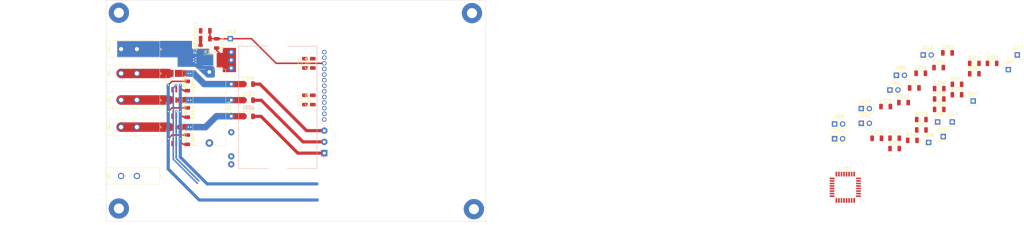
<source format=kicad_pcb>
(kicad_pcb (version 20211014) (generator pcbnew)
  (layers (0 "F.Cu" signal) (31 "B.Cu" signal) (34 "B.Paste" user) (35 "F.Paste" user) (36 "B.SilkS" user "B.Silkscreen") (37 "F.SilkS" user "F.Silkscreen") (38 "B.Mask" user) (39 "F.Mask" user) (44 "Edge.Cuts" user))
  (net 0 "")
  (net 1 "/power/hin_u")
  (net 2 "GND")
  (net 3 "/power/HV")
  (net 4 "/power/hin_v")
  (net 5 "/power/3V3_ISENS")
  (net 6 "Net-(C205-Pad1)")
  (net 7 "Net-(C205-Pad2)")
  (net 8 "Net-(C207-Pad1)")
  (net 9 "Net-(C207-Pad2)")
  (net 10 "Net-(C209-Pad1)")
  (net 11 "Net-(C209-Pad2)")
  (net 12 "/power/hin_w")
  (net 13 "/power/lin_u")
  (net 14 "/power/lin_v")
  (net 15 "/power/~{sd}_od")
  (net 16 "/power/VCC_15V")
  (net 17 "/power/lin_w")
  (net 18 "/power/Cin")
  (net 19 "/CPU/H_U")
  (net 20 "Net-(J201-Pad2)")
  (net 21 "/CPU/H_V")
  (net 22 "Net-(J202-Pad2)")
  (net 23 "/CPU/ISENSE_A")
  (net 24 "/CPU/H_W")
  (net 25 "Net-(J205-Pad2)")
  (net 26 "/CPU/L_U")
  (net 27 "Net-(J209-Pad2)")
  (net 28 "/CPU/ISENSE_B")
  (net 29 "/CPU/L_V")
  (net 30 "Net-(J212-Pad2)")
  (net 31 "/power/Tso")
  (net 32 "/power/EM_STOP")
  (net 33 "/CPU/L_W")
  (net 34 "Net-(J215-Pad2)")
  (net 35 "/CPU/ISENSE_C")
  (net 36 "/power/3V3_DIG")
  (net 37 "/power/N")
  (net 68 "/power/OUTPUT_PHA")
  (net 70 "/power/OUTPUT_PHB")
  (net 72 "/power/OUTPUT_PHC")
  (net 74 "/CPU/TSENSE_2")
  (net 75 "/CPU/TSENSE_1")
  (net 76 "GNDPWR")
  (footprint "Connector_PinHeader_2.54mm:PinHeader_1x01_P2.54mm_Vertical" (layer "F.Cu") (at 348.07 80.42)
    (fp_text reference "J211" (at 0 -2.33) (layer "F.SilkS"))
    (fp_text value "TP_IB")
    (pad "1" thru_hole rect (at 0 0) (size 1.7 1.7) (drill 1) (layers *.Cu *.Mask) (net 28 "/CPU/ISENSE_B"))
  )
  (footprint "Resistor_SMD:R_1206_3216Metric" (layer "F.Cu") (at 341.13 75.02)
    (fp_text reference "R213" (at 0 -1.82) (layer "F.SilkS"))
    (fp_text value "10k")
    (pad "1" smd roundrect (at -1.4625 0) (size 1.125 1.75) (layers "F.Cu" "F.Paste" "F.Mask") (roundrect_rratio 0.222222) (net 34 "Net-(J215-Pad2)"))
    (pad "2" smd roundrect (at 1.4625 0) (size 1.125 1.75) (layers "F.Cu" "F.Paste" "F.Mask") (roundrect_rratio 0.222222) (net 2 "GND"))
  )
  (footprint "Connector_PinHeader_2.54mm:PinHeader_1x01_P2.54mm_Vertical" (layer "F.Cu") (at 122.7 49.4)
    (fp_text reference "J218" (at 0 -2.33) (layer "F.SilkS"))
    (fp_text value "TP_CSENSE")
    (pad "1" thru_hole rect (at 0 0) (size 1.7 1.7) (drill 1) (layers *.Cu *.Mask) (net 18 "/power/Cin"))
  )
  (footprint "Resistor_SMD:R_1206_3216Metric" (layer "F.Cu") (at 352.39 63.86)
    (fp_text reference "R207" (at 0 -1.82) (layer "F.SilkS"))
    (fp_text value "1k")
    (pad "1" smd roundrect (at -1.4625 0) (size 1.125 1.75) (layers "F.Cu" "F.Paste" "F.Mask") (roundrect_rratio 0.222222) (net 27 "Net-(J209-Pad2)"))
    (pad "2" smd roundrect (at 1.4625 0) (size 1.125 1.75) (layers "F.Cu" "F.Paste" "F.Mask") (roundrect_rratio 0.222222) (net 13 "/power/lin_u"))
  )
  (footprint "MountingHole:MountingHole_3.2mm_M3_Pad_TopBottom" (layer "F.Cu") (at 199.1 41.3)
    (fp_text reference "J9" hide)
    (fp_text value "MH")
    (pad "1" connect circle (at 0 0) (size 6.4 6.4) (layers "F.Cu" "F.Mask"))
    (pad "1" connect circle (at 0 0) (size 6.4 6.4) (layers "B.Cu" "B.Mask"))
    (pad "1" thru_hole circle (at 0 0) (size 3.6 3.6) (drill 3.2) (layers *.Cu *.Mask))
  )
  (footprint "stm32f334_3phase_vfd:1904969" (layer "F.Cu") (at 93.2 92.9 -90)
    (fp_text reference "J1" (at 0 -7.6 -90 unlocked) (layer "F.SilkS") (effects (font (size 0.5 0.5) (thickness 0.1))))
    (fp_text value "HV")
    (fp_text user "^IN^" (at 0 9 -90 unlocked) (layer "F.SilkS"))
    (pad "1" thru_hole circle (at 0 0 270) (size 2 2) (drill 1.3) (layers *.Cu *.Mask) (net 3 "/power/HV"))
    (pad "1" thru_hole circle (at 0 5 270) (size 2 2) (drill 1.3) (layers *.Cu *.Mask) (net 3 "/power/HV"))
  )
  (footprint "Capacitor_SMD:C_1206_3216Metric" (layer "F.Cu") (at 146.3 68.8 90)
    (fp_text reference "C217" (at 0 -1.85 90) (layer "F.SilkS"))
    (fp_text value "2.2u")
    (pad "1" smd roundrect (at -1.475 0 90) (size 1.15 1.8) (layers "F.Cu" "F.Paste" "F.Mask") (roundrect_rratio 0.217391) (net 16 "/power/VCC_15V"))
    (pad "2" smd roundrect (at 1.475 0 90) (size 1.15 1.8) (layers "F.Cu" "F.Paste" "F.Mask") (roundrect_rratio 0.217391) (net 2 "GND"))
  )
  (footprint "Resistor_SMD:R_1206_3216Metric" (layer "F.Cu") (at 118.4 50.9 -90)
    (fp_text reference "R214" (at 0 -1.82 90) (layer "F.SilkS"))
    (fp_text value "1k")
    (pad "1" smd roundrect (at -1.4625 0 270) (size 1.125 1.75) (layers "F.Cu" "F.Paste" "F.Mask") (roundrect_rratio 0.222222) (net 18 "/power/Cin"))
    (pad "2" smd roundrect (at 1.4625 0 270) (size 1.125 1.75) (layers "F.Cu" "F.Paste" "F.Mask") (roundrect_rratio 0.222222) (net 37 "/power/N"))
  )
  (footprint "stm32f334_3phase_vfd:1904969" (layer "F.Cu") (at 93.2 77.4 -90)
    (fp_text reference "J2" (at 0 -7.6 -90 unlocked) (layer "F.SilkS") (effects (font (size 0.5 0.5) (thickness 0.1))))
    (fp_text value "PHA")
    (fp_text user "^IN^" (at 0 9 -90 unlocked) (layer "F.SilkS"))
    (pad "1" thru_hole circle (at 0 5 270) (size 2 2) (drill 1.3) (layers *.Cu *.Mask) (net 68 "/power/OUTPUT_PHA"))
    (pad "1" thru_hole circle (at 0 0 270) (size 2 2) (drill 1.3) (layers *.Cu *.Mask) (net 68 "/power/OUTPUT_PHA"))
  )
  (footprint "Package_SO:SO-8_3.9x4.9mm_P1.27mm" (layer "F.Cu") (at 105 63 -90)
    (fp_text reference "U204" (at 0 -3.4 90) (layer "F.SilkS"))
    (fp_text value "CC6903SO-x0A")
    (pad "1" smd roundrect (at -2.575 -1.905 270) (size 1.75 0.6) (layers "F.Cu" "F.Paste" "F.Mask") (net 6 "Net-(C205-Pad1)"))
    (pad "2" smd roundrect (at -2.575 -0.635 270) (size 1.75 0.6) (layers "F.Cu" "F.Paste" "F.Mask") (net 6 "Net-(C205-Pad1)"))
    (pad "3" smd roundrect (at -2.575 0.635 270) (size 1.75 0.6) (layers "F.Cu" "F.Paste" "F.Mask") (net 72 "/power/OUTPUT_PHC"))
    (pad "4" smd roundrect (at -2.575 1.905 270) (size 1.75 0.6) (layers "F.Cu" "F.Paste" "F.Mask") (net 72 "/power/OUTPUT_PHC"))
    (pad "5" smd roundrect (at 2.575 1.905 270) (size 1.75 0.6) (layers "F.Cu" "F.Paste" "F.Mask") (net 2 "GND"))
    (pad "6" smd roundrect (at 2.575 0.635 270) (size 1.75 0.6) (layers "F.Cu" "F.Paste" "F.Mask"))
    (pad "7" smd roundrect (at 2.575 -0.635 270) (size 1.75 0.6) (layers "F.Cu" "F.Paste" "F.Mask") (net 35 "/CPU/ISENSE_C"))
    (pad "8" smd roundrect (at 2.575 -1.905 270) (size 1.75 0.6) (layers "F.Cu" "F.Paste" "F.Mask") (net 5 "/power/3V3_ISENS"))
  )
  (footprint "Resistor_SMD:R_0805_2012Metric" (layer "F.Cu") (at 113.3 52.4 90)
    (fp_text reference "R217" (at 0 -1.65 90) (layer "F.SilkS"))
    (fp_text value "0")
    (pad "1" smd roundrect (at -0.9125 0 90) (size 1.025 1.4) (layers "F.Cu" "F.Paste" "F.Mask") (roundrect_rratio 0.243902) (net 76 "GNDPWR"))
    (pad "2" smd roundrect (at 0.9125 0 90) (size 1.025 1.4) (layers "F.Cu" "F.Paste" "F.Mask") (roundrect_rratio 0.243902) (net 2 "GND"))
  )
  (footprint "Connector_PinHeader_2.54mm:PinHeader_1x01_P2.54mm_Vertical" (layer "F.Cu") (at 371.46 54.55)
    (fp_text reference "J217" (at 0 -2.33) (layer "F.SilkS"))
    (fp_text value "TP_IC")
    (pad "1" thru_hole rect (at 0 0) (size 1.7 1.7) (drill 1) (layers *.Cu *.Mask) (net 35 "/CPU/ISENSE_C"))
  )
  (footprint "Connector_PinHeader_2.54mm:PinHeader_2x01_P2.54mm_Vertical" (layer "F.Cu") (at 322.15 71.55)
    (fp_text reference "J215" (at 1.27 -2.33) (layer "F.SilkS"))
    (fp_text value "Conn_02x01")
    (pad "1" thru_hole rect (at 0 0) (size 1.7 1.7) (drill 1) (layers *.Cu *.Mask) (net 33 "/CPU/L_W"))
    (pad "2" thru_hole oval (at 2.54 0) (size 1.7 1.7) (drill 1) (layers *.Cu *.Mask) (net 34 "Net-(J215-Pad2)"))
  )
  (footprint "Resistor_SMD:R_1206_3216Metric" (layer "F.Cu") (at 346.78 65.22)
    (fp_text reference "R208" (at 0 -1.82) (layer "F.SilkS"))
    (fp_text value "10k")
    (pad "1" smd roundrect (at -1.4625 0) (size 1.125 1.75) (layers "F.Cu" "F.Paste" "F.Mask") (roundrect_rratio 0.222222) (net 27 "Net-(J209-Pad2)"))
    (pad "2" smd roundrect (at 1.4625 0) (size 1.125 1.75) (layers "F.Cu" "F.Paste" "F.Mask") (roundrect_rratio 0.222222) (net 2 "GND"))
  )
  (footprint "MountingHole:MountingHole_3.2mm_M3_Pad_TopBottom" (layer "F.Cu") (at 87.5 41.2)
    (fp_text reference "J7" hide)
    (fp_text value "MH")
    (pad "1" thru_hole circle (at 0 0) (size 3.6 3.6) (drill 3.2) (layers *.Cu *.Mask))
    (pad "1" connect circle (at 0 0) (size 6.4 6.4) (layers "F.Cu" "F.Mask"))
    (pad "1" connect circle (at 0 0) (size 6.4 6.4) (layers "B.Cu" "B.Mask"))
  )
  (footprint "Capacitor_SMD:C_1206_3216Metric" (layer "F.Cu") (at 335.5 69.65)
    (fp_text reference "C212" (at 0 -1.85) (layer "F.SilkS"))
    (fp_text value "10p")
    (pad "1" smd roundrect (at -1.475 0) (size 1.15 1.8) (layers "F.Cu" "F.Paste" "F.Mask") (roundrect_rratio 0.217391) (net 13 "/power/lin_u"))
    (pad "2" smd roundrect (at 1.475 0) (size 1.15 1.8) (layers "F.Cu" "F.Paste" "F.Mask") (roundrect_rratio 0.217391) (net 2 "GND"))
  )
  (footprint "stm32f334_3phase_vfd:1904969" (layer "F.Cu") (at 93.2 60.4 -90)
    (fp_text reference "J4" (at 0 -7.6 -90 unlocked) (layer "F.SilkS") (effects (font (size 0.5 0.5) (thickness 0.1))))
    (fp_text value "PHC")
    (fp_text user "^IN^" (at 0 9 -90 unlocked) (layer "F.SilkS"))
    (pad "1" thru_hole circle (at 0 0 270) (size 2 2) (drill 1.3) (layers *.Cu *.Mask) (net 72 "/power/OUTPUT_PHC"))
    (pad "1" thru_hole circle (at 0 5 270) (size 2 2) (drill 1.3) (layers *.Cu *.Mask) (net 72 "/power/OUTPUT_PHC"))
  )
  (footprint "Capacitor_SMD:C_1206_3216Metric" (layer "F.Cu") (at 338.9 65)
    (fp_text reference "C215" (at 0 -1.85) (layer "F.SilkS"))
    (fp_text value "330p")
    (pad "1" smd roundrect (at -1.475 0) (size 1.15 1.8) (layers "F.Cu" "F.Paste" "F.Mask") (roundrect_rratio 0.217391) (net 15 "/power/~{sd}_od"))
    (pad "2" smd roundrect (at 1.475 0) (size 1.15 1.8) (layers "F.Cu" "F.Paste" "F.Mask") (roundrect_rratio 0.217391) (net 2 "GND"))
  )
  (footprint "Package_SO:SO-8_3.9x4.9mm_P1.27mm" (layer "F.Cu") (at 105 71.4 -90)
    (fp_text reference "U203" (at 0 -3.4 90) (layer "F.SilkS"))
    (fp_text value "CC6903SO-x0A")
    (pad "1" smd roundrect (at -2.575 -1.905 270) (size 1.75 0.6) (layers "F.Cu" "F.Paste" "F.Mask") (net 8 "Net-(C207-Pad1)"))
    (pad "2" smd roundrect (at -2.575 -0.635 270) (size 1.75 0.6) (layers "F.Cu" "F.Paste" "F.Mask") (net 8 "Net-(C207-Pad1)"))
    (pad "3" smd roundrect (at -2.575 0.635 270) (size 1.75 0.6) (layers "F.Cu" "F.Paste" "F.Mask") (net 70 "/power/OUTPUT_PHB"))
    (pad "4" smd roundrect (at -2.575 1.905 270) (size 1.75 0.6) (layers "F.Cu" "F.Paste" "F.Mask") (net 70 "/power/OUTPUT_PHB"))
    (pad "5" smd roundrect (at 2.575 1.905 270) (size 1.75 0.6) (layers "F.Cu" "F.Paste" "F.Mask") (net 2 "GND"))
    (pad "6" smd roundrect (at 2.575 0.635 270) (size 1.75 0.6) (layers "F.Cu" "F.Paste" "F.Mask"))
    (pad "7" smd roundrect (at 2.575 -0.635 270) (size 1.75 0.6) (layers "F.Cu" "F.Paste" "F.Mask") (net 28 "/CPU/ISENSE_B"))
    (pad "8" smd roundrect (at 2.575 -1.905 270) (size 1.75 0.6) (layers "F.Cu" "F.Paste" "F.Mask") (net 5 "/power/3V3_ISENS"))
  )
  (footprint "stm32f334_3phase_vfd:1904969" (layer "F.Cu") (at 93.2 52.7 -90)
    (fp_text reference "J5" (at 0 -7.6 -90 unlocked) (layer "F.SilkS") (effects (font (size 0.5 0.5) (thickness 0.1))))
    (fp_text value "POWER_GND")
    (fp_text user "^IN^" (at 0 9 -90 unlocked) (layer "F.SilkS"))
    (pad "1" thru_hole circle (at 0 5 270) (size 2 2) (drill 1.3) (layers *.Cu *.Mask) (net 76 "GNDPWR"))
    (pad "1" thru_hole circle (at 0 0 270) (size 2 2) (drill 1.3) (layers *.Cu *.Mask) (net 76 "GNDPWR"))
  )
  (footprint "MountingHole:MountingHole_3.2mm_M3_Pad_TopBottom" (layer "F.Cu") (at 87.5 103.2)
    (fp_text reference "J6" hide)
    (fp_text value "MH")
    (pad "1" connect circle (at 0 0) (size 6.4 6.4) (layers "F.Cu" "F.Mask"))
    (pad "1" thru_hole circle (at 0 0) (size 3.6 3.6) (drill 3.2) (layers *.Cu *.Mask))
    (pad "1" connect circle (at 0 0) (size 6.4 6.4) (layers "B.Cu" "B.Mask"))
  )
  (footprint "Capacitor_SMD:C_1206_3216Metric" (layer "F.Cu") (at 329.85 70.9)
    (fp_text reference "C220" (at 0 -1.85) (layer "F.SilkS"))
    (fp_text value "10p")
    (pad "1" smd roundrect (at -1.475 0) (size 1.15 1.8) (layers "F.Cu" "F.Paste" "F.Mask") (roundrect_rratio 0.217391) (net 17 "/power/lin_w"))
    (pad "2" smd roundrect (at 1.475 0) (size 1.15 1.8) (layers "F.Cu" "F.Paste" "F.Mask") (roundrect_rratio 0.217391) (net 2 "GND"))
  )
  (footprint "Connector_PinHeader_2.54mm:PinHeader_1x01_P2.54mm_Vertical" (layer "F.Cu") (at 357.52 69.13)
    (fp_text reference "J207" (at 0 -2.33) (layer "F.SilkS"))
    (fp_text value "TP_VBV")
    (pad "1" thru_hole rect (at 0 0) (size 1.7 1.7) (drill 1) (layers *.Cu *.Mask) (net 9 "Net-(C207-Pad2)"))
  )
  (footprint "Package_SO:SO-8_3.9x4.9mm_P1.27mm" (layer "F.Cu") (at 105 80 -90)
    (fp_text reference "U202" (at 0 -3.4 90) (layer "F.SilkS"))
    (fp_text value "CC6903SO-x0A")
    (pad "1" smd roundrect (at -2.575 -1.905 270) (size 1.75 0.6) (layers "F.Cu" "F.Paste" "F.Mask") (net 10 "Net-(C209-Pad1)"))
    (pad "2" smd roundrect (at -2.575 -0.635 270) (size 1.75 0.6) (layers "F.Cu" "F.Paste" "F.Mask") (net 10 "Net-(C209-Pad1)"))
    (pad "3" smd roundrect (at -2.575 0.635 270) (size 1.75 0.6) (layers "F.Cu" "F.Paste" "F.Mask") (net 68 "/power/OUTPUT_PHA"))
    (pad "4" smd roundrect (at -2.575 1.905 270) (size 1.75 0.6) (layers "F.Cu" "F.Paste" "F.Mask") (net 68 "/power/OUTPUT_PHA"))
    (pad "5" smd roundrect (at 2.575 1.905 270) (size 1.75 0.6) (layers "F.Cu" "F.Paste" "F.Mask") (net 2 "GND"))
    (pad "6" smd roundrect (at 2.575 0.635 270) (size 1.75 0.6) (layers "F.Cu" "F.Paste" "F.Mask"))
    (pad "7" smd roundrect (at 2.575 -0.635 270) (size 1.75 0.6) (layers "F.Cu" "F.Paste" "F.Mask") (net 23 "/CPU/ISENSE_A"))
    (pad "8" smd roundrect (at 2.575 -1.905 270) (size 1.75 0.6) (layers "F.Cu" "F.Paste" "F.Mask") (net 5 "/power/3V3_ISENS"))
  )
  (footprint "Capacitor_SMD:C_1206_3216Metric" (layer "F.Cu") (at 128.4 74)
    (fp_text reference "C209" (at 0 -1.85) (layer "F.SilkS"))
    (fp_text value "2.2u")
    (pad "1" smd roundrect (at -1.475 0) (size 1.15 1.8) (layers "F.Cu" "F.Paste" "F.Mask") (roundrect_rratio 0.217391) (net 10 "Net-(C209-Pad1)"))
    (pad "2" smd roundrect (at 1.475 0) (size 1.15 1.8) (layers "F.Cu" "F.Paste" "F.Mask") (roundrect_rratio 0.217391) (net 11 "Net-(C209-Pad2)"))
  )
  (footprint "Connector_PinHeader_2.54mm:PinHeader_1x01_P2.54mm_Vertical" (layer "F.Cu") (at 346.26 75.77)
    (fp_text reference "J208" (at 0 -2.33) (layer "F.SilkS"))
    (fp_text value "TP_VBW")
    (pad "1" thru_hole rect (at 0 0) (size 1.7 1.7) (drill 1) (layers *.Cu *.Mask) (net 7 "Net-(C205-Pad2)"))
  )
  (footprint "Capacitor_SMD:C_1206_3216Metric" (layer "F.Cu") (at 128.4 63.8)
    (fp_text reference "C205" (at 0 -1.85) (layer "F.SilkS"))
    (fp_text value "2.2u")
    (pad "1" smd roundrect (at -1.475 0) (size 1.15 1.8) (layers "F.Cu" "F.Paste" "F.Mask") (roundrect_rratio 0.217391) (net 6 "Net-(C205-Pad1)"))
    (pad "2" smd roundrect (at 1.475 0) (size 1.15 1.8) (layers "F.Cu" "F.Paste" "F.Mask") (roundrect_rratio 0.217391) (net 7 "Net-(C205-Pad2)"))
  )
  (footprint "Capacitor_SMD:C_1206_3216Metric" (layer "F.Cu") (at 109.1 72.8 -90)
    (fp_text reference "C213" (at 0 -1.85 90) (layer "F.SilkS"))
    (fp_text value "100n")
    (pad "1" smd roundrect (at -1.475 0 270) (size 1.15 1.8) (layers "F.Cu" "F.Paste" "F.Mask") (roundrect_rratio 0.217391) (net 2 "GND"))
    (pad "2" smd roundrect (at 1.475 0 270) (size 1.15 1.8) (layers "F.Cu" "F.Paste" "F.Mask") (roundrect_rratio 0.217391) (net 5 "/power/3V3_ISENS"))
  )
  (footprint "Connector_PinHeader_2.54mm:PinHeader_1x01_P2.54mm_Vertical" (layer "F.Cu") (at 350.91 75.77)
    (fp_text reference "J213" (at 0 -2.33) (layer "F.SilkS"))
    (fp_text value "TP_TSO")
    (pad "1" thru_hole rect (at 0 0) (size 1.7 1.7) (drill 1) (layers *.Cu *.Mask) (net 31 "/power/Tso"))
  )
  (footprint "Capacitor_SMD:C_1206_3216Metric" (layer "F.Cu") (at 327.05 80.95)
    (fp_text reference "C214" (at 0 -1.85) (layer "F.SilkS"))
    (fp_text value "10p")
    (pad "1" smd roundrect (at -1.475 0) (size 1.15 1.8) (layers "F.Cu" "F.Paste" "F.Mask") (roundrect_rratio 0.217391) (net 14 "/power/lin_v"))
    (pad "2" smd roundrect (at 1.475 0) (size 1.15 1.8) (layers "F.Cu" "F.Paste" "F.Mask") (roundrect_rratio 0.217391) (net 2 "GND"))
  )
  (footprint "Resistor_SMD:R_1206_3216Metric" (layer "F.Cu") (at 346.78 71.8)
    (fp_text reference "R210" (at 0 -1.82) (layer "F.SilkS"))
    (fp_text value "10k")
    (pad "1" smd roundrect (at -1.4625 0) (size 1.125 1.75) (layers "F.Cu" "F.Paste" "F.Mask") (roundrect_rratio 0.222222) (net 15 "/power/~{sd}_od"))
    (pad "2" smd roundrect (at 1.4625 0) (size 1.125 1.75) (layers "F.Cu" "F.Paste" "F.Mask") (roundrect_rratio 0.222222) (net 36 "/power/3V3_DIG"))
  )
  (footprint "Connector_PinHeader_2.54mm:PinHeader_2x01_P2.54mm_Vertical" (layer "F.Cu") (at 333.25 61)
    (fp_text reference "J205" (at 1.27 -2.33) (layer "F.SilkS"))
    (fp_text value "Conn_02x01")
    (pad "1" thru_hole rect (at 0 0) (size 1.7 1.7) (drill 1) (layers *.Cu *.Mask) (net 24 "/CPU/H_W"))
    (pad "2" thru_hole oval (at 2.54 0) (size 1.7 1.7) (drill 1) (layers *.Cu *.Mask) (net 25 "Net-(J205-Pad2)"))
  )
  (footprint "Resistor_SMD:R_1206_3216Metric" (layer "F.Cu") (at 352.39 67.15)
    (fp_text reference "R204" (at 0 -1.82) (layer "F.SilkS"))
    (fp_text value "10k")
    (pad "1" smd roundrect (at -1.4625 0) (size 1.125 1.75) (layers "F.Cu" "F.Paste" "F.Mask") (roundrect_rratio 0.222222) (net 22 "Net-(J202-Pad2)"))
    (pad "2" smd roundrect (at 1.4625 0) (size 1.125 1.75) (layers "F.Cu" "F.Paste" "F.Mask") (roundrect_rratio 0.222222) (net 2 "GND"))
  )
  (footprint "Connector_PinHeader_2.54mm:PinHeader_2x01_P2.54mm_Vertical" (layer "F.Cu") (at 313.7 81.09)
    (fp_text reference "J214" (at 1.27 -2.33) (layer "F.SilkS"))
    (fp_text value "Conn_02x01")
    (pad "1" thru_hole rect (at 0 0) (size 1.7 1.7) (drill 1) (layers *.Cu *.Mask) (net 32 "/power/EM_STOP"))
    (pad "2" thru_hole oval (at 2.54 0) (size 1.7 1.7) (drill 1) (layers *.Cu *.Mask) (net 15 "/power/~{sd}_od"))
  )
  (footprint "Capacitor_SMD:C_1206_3216Metric" (layer "F.Cu") (at 349.4 53.9)
    (fp_text reference "C201" (at 0 -1.85) (layer "F.SilkS"))
    (fp_text value "10p")
    (pad "1" smd roundrect (at -1.475 0) (size 1.15 1.8) (layers "F.Cu" "F.Paste" "F.Mask") (roundrect_rratio 0.217391) (net 1 "/power/hin_u"))
    (pad "2" smd roundrect (at 1.475 0) (size 1.15 1.8) (layers "F.Cu" "F.Paste" "F.Mask") (roundrect_rratio 0.217391) (net 2 "GND"))
  )
  (footprint "Resistor_SMD:R_1206_3216Metric" (layer "F.Cu") (at 357.88 60.51)
    (fp_text reference "R205" (at 0 -1.82) (layer "F.SilkS"))
    (fp_text value "1k")
    (pad "1" smd roundrect (at -1.4625 0) (size 1.125 1.75) (layers "F.Cu" "F.Paste" "F.Mask") (roundrect_rratio 0.222222) (net 25 "Net-(J205-Pad2)"))
    (pad "2" smd roundrect (at 1.4625 0) (size 1.125 1.75) (layers "F.Cu" "F.Paste" "F.Mask") (roundrect_rratio 0.222222) (net 12 "/power/hin_w"))
  )
  (footprint "stm32f334_3phase_vfd:1904969" (layer "F.Cu") (at 93.2 68.8 -90)
    (fp_text reference "J3" (at 0 -7.6 -90 unlocked) (layer "F.SilkS") (effects (font (size 0.5 0.5) (thickness 0.1))))
    (fp_text value "PHB")
    (fp_text user "^IN^" (at 0 9 -90 unlocked) (layer "F.SilkS"))
    (pad "1" thru_hole circle (at 0 0 270) (size 2 2) (drill 1.3) (layers *.Cu *.Mask) (net 70 "/power/OUTPUT_PHB"))
    (pad "1" thru_hole circle (at 0 5 270) (size 2 2) (drill 1.3) (layers *.Cu *.Mask) (net 70 "/power/OUTPUT_PHB"))
  )
  (footprint "Connector_PinHeader_2.54mm:PinHeader_2x01_P2.54mm_Vertical" (layer "F.Cu") (at 322.15 76.2)
    (fp_text reference "J202" (at 1.27 -2.33) (layer "F.SilkS"))
    (fp_text value "Conn_02x01")
    (pad "1" thru_hole rect (at 0 0) (size 1.7 1.7) (drill 1) (layers *.Cu *.Mask) (net 21 "/CPU/H_V"))
    (pad "2" thru_hole oval (at 2.54 0) (size 1.7 1.7) (drill 1) (layers *.Cu *.Mask) (net 22 "Net-(J202-Pad2)"))
  )
  (footprint "Capacitor_SMD:C_1206_3216Metric" (layer "F.Cu") (at 148.8 68.8 90)
    (fp_text reference "C219" (at 0 -1.85 90) (layer "F.SilkS"))
    (fp_text value "100n")
    (pad "1" smd roundrect (at -1.475 0 90) (size 1.15 1.8) (layers "F.Cu" "F.Paste" "F.Mask") (roundrect_rratio 0.217391) (net 16 "/power/VCC_15V"))
    (pad "2" smd roundrect (at 1.475 0 90) (size 1.15 1.8) (layers "F.Cu" "F.Paste" "F.Mask") (roundrect_rratio 0.217391) (net 2 "GND"))
  )
  (footprint "Resistor_SMD:R_1206_3216Metric" (layer "F.Cu") (at 341.13 78.31)
    (fp_text reference "R212" (at 0 -1.82) (layer "F.SilkS"))
    (fp_text value "1k")
    (pad "1" smd roundrect (at -1.4625 0) (size 1.125 1.75) (layers "F.Cu" "F.Paste" "F.Mask") (roundrect_rratio 0.222222) (net 34 "Net-(J215-Pad2)"))
    (pad "2" smd roundrect (at 1.4625 0) (size 1.125 1.75) (layers "F.Cu" "F.Paste" "F.Mask") (roundrect_rratio 0.222222) (net 17 "/power/lin_w"))
  )
  (footprint "Capacitor_SMD:C_1206_3216Metric" (layer "F.Cu") (at 109.1 64.4 -90)
    (fp_text reference "C221" (at 0 -1.85 90) (layer "F.SilkS"))
    (fp_text value "100n")
    (pad "1" smd roundrect (at -1.475 0 270) (size 1.15 1.8) (layers "F.Cu" "F.Paste" "F.Mask") (roundrect_rratio 0.217391) (net 2 "GND"))
    (pad "2" smd roundrect (at 1.475 0 270) (size 1.15 1.8) (layers "F.Cu" "F.Paste" "F.Mask") (roundrect_rratio 0.217391) (net 5 "/power/3V3_ISENS"))
  )
  (footprint "Connector_PinHeader_2.54mm:PinHeader_2x01_P2.54mm_Vertical" (layer "F.Cu") (at 341.7 54.55)
    (fp_text reference "J212" (at 1.27 -2.33) (layer "F.SilkS"))
    (fp_text value "Conn_02x01")
    (pad "1" thru_hole rect (at 0 0) (size 1.7 1.7) (drill 1) (layers *.Cu *.Mask) (net 29 "/CPU/L_V"))
    (pad "2" thru_hole oval (at 2.54 0) (size 1.7 1.7) (drill 1) (layers *.Cu *.Mask) (net 30 "Net-(J212-Pad2)"))
  )
  (footprint "Connector_PinHeader_2.54mm:PinHeader_2x01_P2.54mm_Vertical" (layer "F.Cu") (at 331.2 65.65)
    (fp_text reference "J201" (at 1.27 -2.33) (layer "F.SilkS"))
    (fp_text value "Conn_02x01")
    (pad "1" thru_hole rect (at 0 0) (size 1.7 1.7) (drill 1) (layers *.Cu *.Mask) (net 19 "/CPU/H_U"))
    (pad "2" thru_hole oval (at 2.54 0) (size 1.7 1.7) (drill 1) (layers *.Cu *.Mask) (net 20 "Net-(J201-Pad2)"))
  )
  (footprint "MountingHole:MountingHole_3.2mm_M3_Pad_TopBottom" (layer "F.Cu") (at 199.7 103.4)
    (fp_text reference "J8" hide)
    (fp_text value "MH")
    (pad "1" connect circle (at 0 0) (size 6.4 6.4) (layers "B.Cu" "B.Mask"))
    (pad "1" connect circle (at 0 0) (size 6.4 6.4) (layers "F.Cu" "F.Mask"))
    (pad "1" thru_hole circle (at 0 0) (size 3.6 3.6) (drill 3.2) (layers *.Cu *.Mask))
  )
  (footprint "Capacitor_SMD:C_1206_3216Metric" (layer "F.Cu") (at 128.4 68.9)
    (fp_text reference "C207" (at 0 -1.85) (layer "F.SilkS"))
    (fp_text value "2.2u")
    (pad "1" smd roundrect (at -1.475 0) (size 1.15 1.8) (layers "F.Cu" "F.Paste" "F.Mask") (roundrect_rratio 0.217391) (net 8 "Net-(C207-Pad1)"))
    (pad "2" smd roundrect (at 1.475 0) (size 1.15 1.8) (layers "F.Cu" "F.Paste" "F.Mask") (roundrect_rratio 0.217391) (net 9 "Net-(C207-Pad2)"))
  )
  (footprint "Resistor_SMD:R_1206_3216Metric" (layer "F.Cu") (at 332.68 80.92)
    (fp_text reference "R202" (at 0 -1.82) (layer "F.SilkS"))
    (fp_text value "10k")
    (pad "1" smd roundrect (at -1.4625 0) (size 1.125 1.75) (layers "F.Cu" "F.Paste" "F.Mask") (roundrect_rratio 0.222222) (net 20 "Net-(J201-Pad2)"))
    (pad "2" smd roundrect (at 1.4625 0) (size 1.125 1.75) (layers "F.Cu" "F.Paste" "F.Mask") (roundrect_rratio 0.222222) (net 2 "GND"))
  )
  (footprint "Capacitor_SMD:C_1206_3216Metric" (layer "F.Cu") (at 114.8 49.4 180)
    (fp_text reference "C222" (at 3 -0.3 90) (layer "F.SilkS"))
    (fp_text value "1n")
    (pad "1" smd roundrect (at -1.475 0 180) (size 1.15 1.8) (layers "F.Cu" "F.Paste" "F.Mask") (roundrect_rratio 0.217391) (net 18 "/power/Cin"))
    (pad "2" smd roundrect (at 1.475 0 180) (size 1.15 1.8) (layers "F.Cu" "F.Paste" "F.Mask") (roundrect_rratio 0.217391) (net 2 "GND"))
  )
  (footprint "Capacitor_SMD:C_1206_3216Metric" (layer "F.Cu") (at 346.6 58.55)
    (fp_text reference "C203" (at 0 -1.85) (layer "F.SilkS"))
    (fp_text value "10p")
    (pad "1" smd roundrect (at -1.475 0) (size 1.15 1.8) (layers "F.Cu" "F.Paste" "F.Mask") (roundrect_rratio 0.217391) (net 4 "/power/hin_v"))
    (pad "2" smd roundrect (at 1.475 0) (size 1.15 1.8) (layers "F.Cu" "F.Paste" "F.Mask") (roundrect_rratio 0.217391) (net 2 "GND"))
  )
  (footprint "Capacitor_SMD:C_1206_3216Metric" (layer "F.Cu") (at 340.95 60.35)
    (fp_text reference "C211" (at 0 -1.85) (layer "F.SilkS"))
    (fp_text value "10p")
    (pad "1" smd roundrect (at -1.475 0) (size 1.15 1.8) (layers "F.Cu" "F.Paste" "F.Mask") (roundrect_rratio 0.217391) (net 12 "/power/hin_w"))
    (pad "2" smd roundrect (at 1.475 0) (size 1.15 1.8) (layers "F.Cu" "F.Paste" "F.Mask") (roundrect_rratio 0.217391) (net 2 "GND"))
  )
  (footprint "Resistor_SMD:R_1206_3216Metric" (layer "F.Cu") (at 363.49 57.22)
    (fp_text reference "R203" (at 0 -1.82) (layer "F.SilkS"))
    (fp_text value "1k")
    (pad "1" smd roundrect (at -1.4625 0) (size 1.125 1.75) (layers "F.Cu" "F.Paste" "F.Mask") (roundrect_rratio 0.222222) (net 22 "Net-(J202-Pad2)"))
    (pad "2" smd roundrect (at 1.4625 0) (size 1.125 1.75) (layers "F.Cu" "F.Paste" "F.Mask") (roundrect_rratio 0.222222) (net 4 "/power/hin_v"))
  )
  (footprint "Capacitor_SMD:C_1206_3216Metric" (layer "F.Cu") (at 148.8 57.2 90)
    (fp_text reference "C218" (at 0 -1.85 90) (layer "F.SilkS"))
    (fp_text value "100n")
    (pad "1" smd roundrect (at -1.475 0 90) (size 1.15 1.8) (layers "F.Cu" "F.Paste" "F.Mask") (roundrect_rratio 0.217391) (net 16 "/power/VCC_15V"))
    (pad "2" smd roundrect (at 1.475 0 90) (size 1.15 1.8) (layers "F.Cu" "F.Paste" "F.Mask") (roundrect_rratio 0.217391) (net 2 "GND"))
  )
  (footprint "Resistor_SMD:R_2512_6332Metric_Pad1.40x3.35mm_HandSolder" (layer "F.Cu") (at 116.3 56.2 180)
    (fp_text reference "R216" (at 0 2.5) (layer "F.SilkS"))
    (fp_text value "LVM25FVR020E-TR")
    (pad "1" smd roundrect (at -3.05 0 180) (size 1.4 3.35) (layers "F.Cu" "F.Paste" "F.Mask") (roundrect_rratio 0.178571) (net 37 "/power/N"))
    (pad "2" smd roundrect (at 3.05 0 180) (size 1.4 3.35) (layers "F.Cu" "F.Paste" "F.Mask") (roundrect_rratio 0.178571) (net 76 "GNDPWR"))
  )
  (footprint "Capacitor_SMD:C_1206_3216Metric" (layer "F.Cu") (at 146.3 57.2 90)
    (fp_text reference "C216" (at 0 -1.85 90) (layer "F.SilkS"))
    (fp_text value "2.2u")
    (pad "1" smd roundrect (at -1.475 0 90) (size 1.15 1.8) (layers "F.Cu" "F.Paste" "F.Mask") (roundrect_rratio 0.217391) (net 16 "/power/VCC_15V"))
    (pad "2" smd roundrect (at 1.475 0 90) (size 1.15 1.8) (layers "F.Cu" "F.Paste" "F.Mask") (roundrect_rratio 0.217391) (net 2 "GND"))
  )
  (footprint "Package_QFP:LQFP-32_7x7mm_P0.8mm" (layer "F.Cu") (at 317.08 96.47)
    (fp_text reference "U101" (at 0 -5.88) (layer "F.SilkS"))
    (fp_text value "STM32F334K6Tx")
    (pad "1" smd roundrect (at -4.175 -2.8) (size 1.5 0.5) (layers "F.Cu" "F.Paste" "F.Mask"))
    (pad "2" smd roundrect (at -4.175 -2) (size 1.5 0.5) (layers "F.Cu" "F.Paste" "F.Mask"))
    (pad "3" smd roundrect (at -4.175 -1.2) (size 1.5 0.5) (layers "F.Cu" "F.Paste" "F.Mask"))
    (pad "4" smd roundrect (at -4.175 -0.4) (size 1.5 0.5) (layers "F.Cu" "F.Paste" "F.Mask"))
    (pad "5" smd roundrect (at -4.175 0.4) (size 1.5 0.5) (layers "F.Cu" "F.Paste" "F.Mask"))
    (pad "6" smd roundrect (at -4.175 1.2) (size 1.5 0.5) (layers "F.Cu" "F.Paste" "F.Mask"))
    (pad "7" smd roundrect (at -4.175 2) (size 1.5 0.5) (layers "F.Cu" "F.Paste" "F.Mask"))
    (pad "8" smd roundrect (at -4.175 2.8) (size 1.5 0.5) (layers "F.Cu" "F.Paste" "F.Mask"))
    (pad "9" smd roundrect (at -2.8 4.175) (size 0.5 1.5) (layers "F.Cu" "F.Paste" "F.Mask"))
    (pad "10" smd roundrect (at -2 4.175) (size 0.5 1.5) (layers "F.Cu" "F.Paste" "F.Mask"))
    (pad "11" smd roundrect (at -1.2 4.175) (size 0.5 1.5) (layers "F.Cu" "F.Paste" "F.Mask"))
    (pad "12" smd roundrect (at -0.4 4.175) (size 0.5 1.5) (layers "F.Cu" "F.Paste" "F.Mask"))
    (pad "13" smd roundrect (at 0.4 4.175) (size 0.5 1.5) (layers "F.Cu" "F.Paste" "F.Mask"))
    (pad "14" smd roundrect (at 1.2 4.175) (size 0.5 1.5) (layers "F.Cu" "F.Paste" "F.Mask"))
    (pad "15" smd roundrect (at 2 4.175) (size 0.5 1.5) (layers "F.Cu" "F.Paste" "F.Mask"))
    (pad "16" smd roundrect (at 2.8 4.175) (size 0.5 1.5) (layers "F.Cu" "F.Paste" "F.Mask") (net 2 "GND"))
    (pad "17" smd roundrect (at 4.175 2.8) (size 1.5 0.5) (layers "F.Cu" "F.Paste" "F.Mask"))
    (pad "18" smd roundrect (at 4.175 2) (size 1.5 0.5) (layers "F.Cu" "F.Paste" "F.Mask"))
    (pad "19" smd roundrect (at 4.175 1.2) (size 1.5 0.5) (layers "F.Cu" "F.Paste" "F.Mask"))
    (pad "20" smd roundrect (at 4.175 0.4) (size 1.5 0.5) (layers "F.Cu" "F.Paste" "F.Mask"))
    (pad "21" smd roundrect (at 4.175 -0.4) (size 1.5 0.5) (layers "F.Cu" "F.Paste" "F.Mask"))
    (pad "22" smd roundrect (at 4.175 -1.2) (size 1.5 0.5) (layers "F.Cu" "F.Paste" "F.Mask"))
    (pad "23" smd roundrect (at 4.175 -2) (size 1.5 0.5) (layers "F.Cu" "F.Paste" "F.Mask"))
    (pad "24" smd roundrect (at 4.175 -2.8) (size 1.5 0.5) (layers "F.Cu" "F.Paste" "F.Mask"))
    (pad "25" smd roundrect (at 2.8 -4.175) (size 0.5 1.5) (layers "F.Cu" "F.Paste" "F.Mask"))
    (pad "26" smd roundrect (at 2 -4.175) (size 0.5 1.5) (layers "F.Cu" "F.Paste" "F.Mask"))
    (pad "27" smd roundrect (at 1.2 -4.175) (size 0.5 1.5) (layers "F.Cu" "F.Paste" "F.Mask"))
    (pad "28" smd roundrect (at 0.4 -4.175) (size 0.5 1.5) (layers "F.Cu" "F.Paste" "F.Mask"))
    (pad "29" smd roundrect (at -0.4 -4.175) (size 0.5 1.5) (layers "F.Cu" "F.Paste" "F.Mask"))
    (pad "30" smd roundrect (at -1.2 -4.175) (size 0.5 1.5) (layers "F.Cu" "F.Paste" "F.Mask"))
    (pad "31" smd roundrect (at -2 -4.175) (size 0.5 1.5) (layers "F.Cu" "F.Paste" "F.Mask"))
    (pad "32" smd roundrect (at -2.8 -4.175) (size 0.5 1.5) (layers "F.Cu" "F.Paste" "F.Mask") (net 2 "GND"))
  )
  (footprint "Resistor_SMD:R_1206_3216Metric" (layer "F.Cu") (at 346.78 68.51)
    (fp_text reference "R209" (at 0 -1.82) (layer "F.SilkS"))
    (fp_text value "1k")
    (pad "1" smd roundrect (at -1.4625 0) (size 1.125 1.75) (layers "F.Cu" "F.Paste" "F.Mask") (roundrect_rratio 0.222222) (net 30 "Net-(J212-Pad2)"))
    (pad "2" smd roundrect (at 1.4625 0) (size 1.125 1.75) (layers "F.Cu" "F.Paste" "F.Mask") (roundrect_rratio 0.222222) (net 14 "/power/lin_v"))
  )
  (footprint "Capacitor_SMD:C_1206_3216Metric" (layer "F.Cu") (at 109.1 81.4 -90)
    (fp_text reference "C204" (at 0 -1.85 90) (layer "F.SilkS"))
    (fp_text value "100n")
    (pad "1" smd roundrect (at -1.475 0 270) (size 1.15 1.8) (layers "F.Cu" "F.Paste" "F.Mask") (roundrect_rratio 0.217391) (net 2 "GND"))
    (pad "2" smd roundrect (at 1.475 0 270) (size 1.15 1.8) (layers "F.Cu" "F.Paste" "F.Mask") (roundrect_rratio 0.217391) (net 5 "/power/3V3_ISENS"))
  )
  (footprint "Connector_PinHeader_2.54mm:PinHeader_1x01_P2.54mm_Vertical" (layer "F.Cu") (at 343.42 82.28)
    (fp_text reference "J206" (at 0 -2.33) (layer "F.SilkS"))
    (fp_text value "TP_VBU")
    (pad "1" thru_hole rect (at 0 0) (size 1.7 1.7) (drill 1) (layers *.Cu *.Mask) (net 11 "Net-(C209-Pad2)"))
  )
  (footprint "Resistor_SMD:R_1206_3216Metric" (layer "F.Cu") (at 357.88 57.22)
    (fp_text reference "R211" (at 0 -1.82) (layer "F.SilkS"))
    (fp_text value "10k")
    (pad "1" smd roundrect (at -1.4625 0) (size 1.125 1.75) (layers "F.Cu" "F.Paste" "F.Mask") (roundrect_rratio 0.222222) (net 30 "Net-(J212-Pad2)"))
    (pad "2" smd roundrect (at 1.4625 0) (size 1.125 1.75) (layers "F.Cu" "F.Paste" "F.Mask") (roundrect_rratio 0.222222) (net 2 "GND"))
  )
  (footprint "Resistor_SMD:R_1206_3216Metric" (layer "F.Cu") (at 332.68 84.21)
    (fp_text reference "R201" (at 0 -1.82) (layer "F.SilkS"))
    (fp_text value "1k")
    (pad "1" smd roundrect (at -1.4625 0) (size 1.125 1.75) (layers "F.Cu" "F.Paste" "F.Mask") (roundrect_rratio 0.222222) (net 20 "Net-(J201-Pad2)"))
    (pad "2" smd roundrect (at 1.4625 0) (size 1.125 1.75) (layers "F.Cu" "F.Paste" "F.Mask") (roundrect_rratio 0.222222) (net 1 "/power/hin_u"))
  )
  (footprint "Resistor_SMD:R_1206_3216Metric" (layer "F.Cu") (at 114.8 46.9 180)
    (fp_text reference "R215" (at 3 1.1 90) (layer "F.SilkS"))
    (fp_text value "10k")
    (pad "1" smd roundrect (at -1.4625 0 180) (size 1.125 1.75) (layers "F.Cu" "F.Paste" "F.Mask") (roundrect_rratio 0.222222) (net 18 "/power/Cin"))
    (pad "2" smd roundrect (at 1.4625 0 180) (size 1.125 1.75) (layers "F.Cu" "F.Paste" "F.Mask") (roundrect_rratio 0.222222) (net 2 "GND"))
  )
  (footprint "Capacitor_THT:C_Rect_L24.0mm_W10.1mm_P22.50mm_MKT" (layer "F.Cu") (at 116.1 59.95 -90)
    (fp_text reference "C202" (at 11.25 -6.3 -90) (layer "F.SilkS"))
    (fp_text value "330nF/630V")
    (pad "1" thru_hole circle (at 0 0 270) (size 2.4 2.4) (drill 1.2) (layers *.Cu *.Mask) (net 76 "GNDPWR"))
    (pad "2" thru_hole circle (at 22.5 0 270) (size 2.4 2.4) (drill 1.2) (layers *.Cu *.Mask) (net 3 "/power/HV"))
  )
  (footprint "Connector_PinHeader_2.54mm:PinHeader_2x01_P2.54mm_Vertical" (layer "F.Cu") (at 313.7 76.44)
    (fp_text reference "J209" (at 1.27 -2.33) (layer "F.SilkS"))
    (fp_text value "Conn_02x01")
    (pad "1" thru_hole rect (at 0 0) (size 1.7 1.7) (drill 1) (layers *.Cu *.Mask) (net 26 "/CPU/L_U"))
    (pad "2" thru_hole oval (at 2.54 0) (size 1.7 1.7) (drill 1) (layers *.Cu *.Mask) (net 27 "Net-(J209-Pad2)"))
  )
  (footprint "Connector_PinHeader_2.54mm:PinHeader_1x01_P2.54mm_Vertical" (layer "F.Cu") (at 368.62 59.2)
    (fp_text reference "J204" (at 0 -2.33) (layer "F.SilkS"))
    (fp_text value "TP_IA")
    (pad "1" thru_hole rect (at 0 0) (size 1.7 1.7) (drill 1) (layers *.Cu *.Mask) (net 23 "/CPU/ISENSE_A"))
  )
  (footprint "Resistor_SMD:R_1206_3216Metric" (layer "F.Cu") (at 338.29 81.6)
    (fp_text reference "R206" (at 0 -1.82) (layer "F.SilkS"))
    (fp_text value "10k")
    (pad "1" smd roundrect (at -1.4625 0) (size 1.125 1.75) (layers "F.Cu" "F.Paste" "F.Mask") (roundrect_rratio 0.222222) (net 25 "Net-(J205-Pad2)"))
    (pad "2" smd roundrect (at 1.4625 0) (size 1.125 1.75) (layers "F.Cu" "F.Paste" "F.Mask") (roundrect_rratio 0.222222) (net 2 "GND"))
  )
  (footprint "stm32f334_3phase_vfd:SDIP2B-26L_L1_STM" (layer "B.Cu") (at 152.425396 85.65 180)
    (fp_text reference "U201" (at 23.999996 14.478 unlocked) (layer "B.SilkS") (effects (justify mirror)))
    (fp_text value "STGIB15CH60TS-L")
    (fp_text user "*" (at 0 -1.524) (layer "B.SilkS") (effects (justify mirror)))
    (fp_text user "*" (at 0 -1.524 unlocked) (layer "B.SilkS") (effects (justify mirror)))
    (pad "" np_thru_hole circle locked (at 14.7 33.8 180) (size 6 6) (drill 6) (layers F&B.Cu *.Mask))
    (pad "" np_thru_hole circle locked (at 14.7 -4.9 180) (size 6 6) (drill 6) (layers F&B.Cu *.Mask))
    (pad "2" thru_hole rect locked (at 0 0 180) (size 2 2) (drill 0.9) (layers *.Cu *.Mask) (net 11 "Net-(C209-Pad2)"))
    (pad "3" thru_hole circle locked (at 0 3.556 180) (size 2 2) (drill 0.9) (layers *.Cu *.Mask) (net 9 "Net-(C207-Pad2)"))
    (pad "4" thru_hole circle locked (at 0 7.112 180) (size 2 2) (drill 0.9) (layers *.Cu *.Mask) (net 7 "Net-(C205-Pad2)"))
    (pad "5" thru_hole circle locked (at 0 10.668 180) (size 1.4224 1.4224) (drill 0.9) (layers *.Cu *.Mask) (net 1 "/power/hin_u"))
    (pad "6" thru_hole circle locked (at 0 12.446 180) (size 1.4224 1.4224) (drill 0.9) (layers *.Cu *.Mask) (net 4 "/power/hin_v"))
    (pad "7" thru_hole circle locked (at 0 14.224 180) (size 1.4224 1.4224) (drill 0.9) (layers *.Cu *.Mask) (net 12 "/power/hin_w"))
    (pad "8" thru_hole circle locked (at 0 16.002 180) (size 1.4224 1.4224) (drill 0.9) (layers *.Cu *.Mask) (net 16 "/power/VCC_15V"))
    (pad "9" thru_hole circle locked (at 0 17.78 180) (size 1.4224 1.4224) (drill 0.9) (layers *.Cu *.Mask) (net 2 "GND"))
    (pad "10" thru_hole circle locked (at 0 19.558 180) (size 1.4224 1.4224) (drill 0.9) (layers *.Cu *.Mask) (net 13 "/power/lin_u"))
    (pad "11" thru_hole circle locked (at 0 21.336 180) (size 1.4224 1.4224) (drill 0.9) (layers *.Cu *.Mask) (net 14 "/power/lin_v"))
    (pad "12" thru_hole circle locked (at 0 23.114 180) (size 1.4224 1.4224) (drill 0.9) (layers *.Cu *.Mask) (net 17 "/power/lin_w"))
    (pad "13" thru_hole circle locked (at 0 24.892 180) (size 1.4224 1.4224) (drill 0.9) (layers *.Cu *.Mask) (net 16 "/power/VCC_15V"))
    (pad "14" thru_hole circle locked (at 0 26.67 180) (size 1.4224 1.4224) (drill 0.9) (layers *.Cu *.Mask) (net 15 "/power/~{sd}_od"))
    (pad "15" thru_hole circle locked (at 0 28.448 180) (size 1.4224 1.4224) (drill 0.9) (layers *.Cu *.Mask) (net 18 "/power/Cin"))
    (pad "16" thru_hole circle locked (at 0 30.226 180) (size 1.4224 1.4224) (drill 0.9) (layers *.Cu *.Mask) (net 2 "GND"))
    (pad "17" thru_hole circle locked (at 0 32.004 180) (size 1.4224 1.4224) (drill 0.9) (layers *.Cu *.Mask) (net 31 "/power/Tso"))
    (pad "18" thru_hole circle locked (at 29.399992 32.004 180) (size 2 2) (drill 0.9) (layers *.Cu *.Mask) (net 37 "/power/N"))
    (pad "19" thru_hole circle locked (at 29.399992 29.464 180) (size 2 2) (drill 0.9) (layers *.Cu *.Mask) (net 37 "/power/N"))
    (pad "20" thru_hole circle locked (at 29.399992 26.924 180) (size 2 2) (drill 0.9) (layers *.Cu *.Mask) (net 37 "/power/N"))
    (pad "21" thru_hole circle locked (at 29.399992 21.844 180) (size 2 2) (drill 0.9) (layers *.Cu *.Mask) (net 6 "Net-(C205-Pad1)"))
    (pad "22" thru_hole circle locked (at 29.399992 16.764 180) (size 2 2) (drill 0.9) (layers *.Cu *.Mask) (net 8 "Net-(C207-Pad1)"))
    (pad "23" thru_hole circle locked (at 29.399992 11.684 180) (size 2 2) (drill 0.9) (layers *.Cu *.Mask) (net 10 "Net-(C209-Pad1)"))
    (pad "24" thru_hole circle locked (at 29.399992 6.604 180) (size 2 2) (drill 0.9) (layers *.Cu *.Mask) (net 3 "/power/HV"))
    (pad "25" thru_hole circle locked (at 29.399992 -1.016 180) (size 2 2) (drill 0.9) (layers *.Cu *.Mask) (net 74 "/CPU/TSENSE_2"))
    (pad "26" thru_hole circle locked (at 29.399992 -3.556 180) (size 2 2) (drill 0.9) (layers *.Cu *.Mask) (net 75 "/CPU/TSENSE_1"))
  )
  (gr_line (start 83.5 107.2) (end 203.5 107.2) (layer "Edge.Cuts") (width 0.1))
  (gr_line (start 83.5 37.2) (end 203.5 37.2) (layer "Edge.Cuts") (width 0.1))
  (gr_line (start 83.5 37.2) (end 83.5 107.2) (layer "Edge.Cuts") (width 0.1))
  (gr_line (start 203.5 107.2) (end 203.5 37.2) (layer "Edge.Cuts") (width 0.1))
  (segment (start 103.095 72.505) (end 103.1 72.5) (width 0.5) (layer "F.Cu") (net 2))
  (segment (start 113.3 51.4875) (end 113.3 49.425) (width 1) (layer "F.Cu") (net 2))
  (segment (start 113.3375 49.3875) (end 113.325 49.4) (width 1) (layer "F.Cu") (net 2))
  (segment (start 104.275 71.325) (end 103.1 72.5) (width 0.5) (layer "F.Cu") (net 2))
  (segment (start 103.095 82.575) (end 103.095 81.105) (width 0.5) (layer "F.Cu") (net 2))
  (segment (start 104.275 79.925) (end 103.1 81.1) (width 0.5) (layer "F.Cu") (net 2))
  (segment (start 109.1 62.925) (end 104.275 62.925) (width 0.5) (layer "F.Cu") (net 2))
  (segment (start 109.1 79.925) (end 104.275 79.925) (width 0.5) (layer "F.Cu") (net 2))
  (segment (start 113.3 46.9375) (end 113.3375 46.9) (width 1) (layer "F.Cu") (net 2))
  (segment (start 113.3 49.425) (end 113.325 49.4) (width 1) (layer "F.Cu") (net 2))
  (segment (start 103.095 64.105) (end 103.1 64.1) (width 0.5) (layer "F.Cu") (net 2))
  (segment (start 104.275 62.925) (end 103.1 64.1) (width 0.5) (layer "F.Cu") (net 2))
  (segment (start 103.095 81.105) (end 103.1 81.1) (width 0.5) (layer "F.Cu") (net 2))
  (segment (start 109.1 71.325) (end 104.275 71.325) (width 0.5) (layer "F.Cu") (net 2))
  (segment (start 103.095 65.575) (end 103.095 64.105) (width 0.5) (layer "F.Cu") (net 2))
  (segment (start 103.095 73.975) (end 103.095 72.505) (width 0.5) (layer "F.Cu") (net 2))
  (via (at 103.1 72.5) (size 0.8) (drill 0.4) (layers "F.Cu" "B.Cu") (net 2))
  (via (at 103.1 81.1) (size 0.8) (drill 0.4) (layers "F.Cu" "B.Cu") (net 2))
  (via (at 103.1 64.1) (size 0.8) (drill 0.4) (layers "F.Cu" "B.Cu") (net 2))
  (segment (start 103.1 90.7) (end 112.9 100.5) (width 1) (layer "B.Cu") (net 2))
  (segment (start 103.1 81.1) (end 103.1 90.7) (width 1) (layer "B.Cu") (net 2))
  (segment (start 112.9 100.5) (end 150.2 100.5) (width 1) (layer "B.Cu") (net 2))
  (segment (start 103.1 81.1) (end 103.1 64.1) (width 1) (layer "B.Cu") (net 2))
  (segment (start 107.975 74.275) (end 109.1 74.275) (width 0.5) (layer "F.Cu") (net 5))
  (segment (start 106.905 73.975) (end 107.675 73.975) (width 0.5) (layer "F.Cu") (net 5))
  (segment (start 107.575 82.575) (end 107.875 82.875) (width 0.5) (layer "F.Cu") (net 5))
  (segment (start 106.9 73.97) (end 106.905 73.975) (width 0.5) (layer "F.Cu") (net 5))
  (segment (start 106.905 65.575) (end 107.675 65.575) (width 0.5) (layer "F.Cu") (net 5))
  (segment (start 107.975 65.875) (end 109.1 65.875) (width 0.5) (layer "F.Cu") (net 5))
  (segment (start 106.905 81.105) (end 106.9 81.1) (width 0.5) (layer "F.Cu") (net 5))
  (segment (start 107.875 82.875) (end 109.1 82.875) (width 0.5) (layer "F.Cu") (net 5))
  (segment (start 106.905 64.105) (end 106.905 65.575) (width 0.5) (layer "F.Cu") (net 5))
  (segment (start 107.675 73.975) (end 107.975 74.275) (width 0.5) (layer "F.Cu") (net 5))
  (segment (start 106.9 64.1) (end 106.905 64.105) (width 0.5) (layer "F.Cu") (net 5))
  (segment (start 107.675 65.575) (end 107.975 65.875) (width 0.5) (layer "F.Cu") (net 5))
  (segment (start 106.905 82.575) (end 106.905 81.105) (width 0.5) (layer "F.Cu") (net 5))
  (segment (start 106.9 72.5) (end 106.9 73.97) (width 0.5) (layer "F.Cu") (net 5))
  (segment (start 106.905 82.575) (end 107.575 82.575) (width 0.5) (layer "F.Cu") (net 5))
  (via (at 106.9 64.1) (size 0.8) (drill 0.4) (layers "F.Cu" "B.Cu") (net 5))
  (via (at 106.9 81.1) (size 0.8) (drill 0.4) (layers "F.Cu" "B.Cu") (net 5))
  (via (at 106.9 72.5) (size 0.8) (drill 0.4) (layers "F.Cu" "B.Cu") (net 5))
  (segment (start 106.9 86.9) (end 115.4 95.4) (width 1) (layer "B.Cu") (net 5))
  (segment (start 106.9 81.1) (end 106.9 86.9) (width 1) (layer "B.Cu") (net 5))
  (segment (start 106.9 64.1) (end 106.9 81.1) (width 1) (layer "B.Cu") (net 5))
  (segment (start 115.4 95.4) (end 150.1 95.4) (width 1) (layer "B.Cu") (net 5))
  (segment (start 111.125 60.425) (end 114.506 63.806) (width 2) (layer "F.Cu") (net 6))
  (segment (start 106.905 60.425) (end 108.475 60.425) (width 2) (layer "F.Cu") (net 6))
  (segment (start 108.475 60.425) (end 108.875 60.425) (width 2) (layer "F.Cu") (net 6))
  (segment (start 123.025404 63.806) (end 126.919 63.806) (width 2) (layer "F.Cu") (net 6))
  (segment (start 114.506 63.806) (end 123.025404 63.806) (width 2) (layer "F.Cu") (net 6))
  (segment (start 108.875 60.425) (end 111.125 60.425) (width 2) (layer "F.Cu") (net 6))
  (segment (start 126.919 63.806) (end 126.925 63.8) (width 2) (layer "F.Cu") (net 6))
  (via (at 109.375 60.425) (size 0.8) (drill 0.4) (layers "F.Cu" "B.Cu") (net 6))
  (via (at 110.175 60.425) (size 0.8) (drill 0.4) (layers "F.Cu" "B.Cu") (net 6))
  (segment (start 111.125 60.425) (end 114.506 63.806) (width 2) (layer "B.Cu") (net 6))
  (segment (start 114.506 63.806) (end 123.025404 63.806) (width 2) (layer "B.Cu") (net 6))
  (segment (start 109.375 60.425) (end 110.175 60.425) (width 2) (layer "B.Cu") (net 6))
  (segment (start 110.175 60.425) (end 111.125 60.425) (width 2) (layer "B.Cu") (net 6))
  (segment (start 146.838 78.538) (end 132.1 63.8) (width 1) (layer "F.Cu") (net 7))
  (segment (start 132.1 63.8) (end 129.875 63.8) (width 1) (layer "F.Cu") (net 7))
  (segment (start 152.425396 78.538) (end 146.838 78.538) (width 1) (layer "F.Cu") (net 7))
  (segment (start 106.966 68.886) (end 106.905 68.825) (width 2) (layer "F.Cu") (net 8))
  (segment (start 108.614 68.886) (end 108.6 68.9) (width 2) (layer "F.Cu") (net 8))
  (segment (start 108.586 68.886) (end 106.966 68.886) (width 2) (layer "F.Cu") (net 8))
  (segment (start 123.025404 68.886) (end 126.911 68.886) (width 2) (layer "F.Cu") (net 8))
  (segment (start 108.6 68.9) (end 108.586 68.886) (width 2) (layer "F.Cu") (net 8))
  (segment (start 123.025404 68.886) (end 108.614 68.886) (width 2) (layer "F.Cu") (net 8))
  (segment (start 126.911 68.886) (end 126.925 68.9) (width 2) (layer "F.Cu") (net 8))
  (via (at 110.2 68.886) (size 0.8) (drill 0.4) (layers "F.Cu" "B.Cu") (net 8))
  (via (at 109.4 68.886) (size 0.8) (drill 0.4) (layers "F.Cu" "B.Cu") (net 8))
  (segment (start 109.4 68.886) (end 123.025404 68.886) (width 2) (layer "B.Cu") (net 8))
  (segment (start 145.694 82.094) (end 132.5 68.9) (width 1) (layer "F.Cu") (net 9))
  (segment (start 152.425396 82.094) (end 145.694 82.094) (width 1) (layer "F.Cu") (net 9))
  (segment (start 132.5 68.9) (end 129.875 68.9) (width 1) (layer "F.Cu") (net 9))
  (segment (start 114.875 77.425) (end 118.334 73.966) (width 2) (layer "F.Cu") (net 10))
  (segment (start 110.275 77.425) (end 114.875 77.425) (width 2) (layer "F.Cu") (net 10))
  (segment (start 126.891 73.966) (end 126.925 74) (width 2) (layer "F.Cu") (net 10))
  (segment (start 123.025404 73.966) (end 126.891 73.966) (width 2) (layer "F.Cu") (net 10))
  (segment (start 108.675 77.425) (end 109.475 77.425) (width 2) (layer "F.Cu") (net 10))
  (segment (start 109.475 77.425) (end 110.275 77.425) (width 2) (layer "F.Cu") (net 10))
  (segment (start 118.334 73.966) (end 123.025404 73.966) (width 2) (layer "F.Cu") (net 10))
  (segment (start 106.905 77.425) (end 108.675 77.425) (width 2) (layer "F.Cu") (net 10))
  (via (at 109.475 77.425) (size 0.8) (drill 0.4) (layers "F.Cu" "B.Cu") (net 10))
  (via (at 110.275 77.425) (size 0.8) (drill 0.4) (layers "F.Cu" "B.Cu") (net 10))
  (segment (start 114.875 77.425) (end 118.334 73.966) (width 2) (layer "B.Cu") (net 10))
  (segment (start 109.475 77.425) (end 114.875 77.425) (width 2) (layer "B.Cu") (net 10))
  (segment (start 118.334 73.966) (end 123.025404 73.966) (width 2) (layer "B.Cu") (net 10))
  (segment (start 144.05 85.65) (end 132.4 74) (width 1) (layer "F.Cu") (net 11))
  (segment (start 132.4 74) (end 129.875 74) (width 1) (layer "F.Cu") (net 11))
  (segment (start 152.425396 85.65) (end 144.05 85.65) (width 1) (layer "F.Cu") (net 11))
  (segment (start 137.202 57.202) (end 129.4 49.4) (width 0.5) (layer "F.Cu") (net 18))
  (segment (start 116.2625 46.9) (end 116.275 46.9125) (width 0.5) (layer "F.Cu") (net 18))
  (segment (start 118.3625 49.4) (end 118.4 49.4375) (width 0.5) (layer "F.Cu") (net 18))
  (segment (start 152.425396 57.202) (end 137.202 57.202) (width 0.5) (layer "F.Cu") (net 18))
  (segment (start 116.275 46.9125) (end 116.275 49.4) (width 0.5) (layer "F.Cu") (net 18))
  (segment (start 116.3 46.9375) (end 116.2625 46.9) (width 0.5) (layer "F.Cu") (net 18))
  (segment (start 116.275 49.4) (end 118.3625 49.4) (width 0.5) (layer "F.Cu") (net 18))
  (segment (start 129.4 49.4) (end 122.7 49.4) (width 0.5) (layer "F.Cu") (net 18))
  (segment (start 122.6625 49.4375) (end 122.7 49.4) (width 0.5) (layer "F.Cu") (net 18))
  (segment (start 118.4 49.4375) (end 122.6625 49.4375) (width 0.5) (layer "F.Cu") (net 18))
  (segment (start 105.635 87.335) (end 112.7 94.4) (width 0.5) (layer "F.Cu") (net 23))
  (segment (start 105.635 82.575) (end 105.635 87.335) (width 0.5) (layer "F.Cu") (net 23))
  (segment (start 105.635 72.535) (end 105.6 72.5) (width 0.5) (layer "F.Cu") (net 28))
  (segment (start 105.635 73.975) (end 105.635 72.535) (width 0.5) (layer "F.Cu") (net 28))
  (via (at 105.6 72.5) (size 0.8) (drill 0.4) (layers "F.Cu" "B.Cu") (net 28))
  (segment (start 105.6 72.5) (end 105.6 87.3) (width 0.5) (layer "B.Cu") (net 28))
  (segment (start 105.6 87.3) (end 112.7 94.4) (width 0.5) (layer "B.Cu") (net 28))
  (segment (start 105.635 65.575) (end 105.635 64.135) (width 0.5) (layer "F.Cu") (net 35))
  (segment (start 105.635 64.135) (end 105.6 64.1) (width 0.5) (layer "F.Cu") (net 35))
  (via (at 105.6 64.1) (size 0.8) (drill 0.4) (layers "F.Cu" "B.Cu") (net 35))
  (segment (start 104.7 65) (end 104.7 87.6) (width 0.5) (layer "B.Cu") (net 35))
  (segment (start 105.6 64.1) (end 104.7 65) (width 0.5) (layer "B.Cu") (net 35))
  (segment (start 104.7 87.6) (end 112.3 95.2) (width 0.5) (layer "B.Cu") (net 35))
  (segment (start 118.4 52.3625) (end 118.4 53.1) (width 0.5) (layer "F.Cu") (net 37))
  (segment (start 119.35 54.05) (end 119.35 56.2) (width 0.5) (layer "F.Cu") (net 37))
  (segment (start 118.4 53.1) (end 119.35 54.05) (width 0.5) (layer "F.Cu") (net 37))
  (segment (start 103.095 77.425) (end 88.225 77.425) (width 3) (layer "F.Cu") (net 68))
  (segment (start 88.225 77.425) (end 88.2 77.4) (width 3) (layer "F.Cu") (net 68))
  (segment (start 103.095 68.825) (end 88.225 68.825) (width 3) (layer "F.Cu") (net 70))
  (segment (start 88.225 68.825) (end 88.2 68.8) (width 3) (layer "F.Cu") (net 70))
  (segment (start 103.095 60.425) (end 88.225 60.425) (width 3) (layer "F.Cu") (net 72))
  (segment (start 88.225 60.425) (end 88.2 60.4) (width 3) (layer "F.Cu") (net 72))
  (via (at 111.8 56.2) (size 0.8) (drill 0.4) (layers "F.Cu" "B.Cu") (net 76))
  (via (at 111.8 57) (size 0.8) (drill 0.4) (layers "F.Cu" "B.Cu") (net 76))
  (via (at 111.1 56.6) (size 0.8) (drill 0.4) (layers "F.Cu" "B.Cu") (net 76))
  (via (at 111.1 55.8) (size 0.8) (drill 0.4) (layers "F.Cu" "B.Cu") (net 76))
  (via (at 111.8 55.4) (size 0.8) (drill 0.4) (layers "F.Cu" "B.Cu") (net 76))
  (zone (net 76) (net_name "GNDPWR") (layers F&B.Cu) (connect_pads yes (clearance 0.508)) (min_thickness 0.254) (fill yes (thermal_gap 0.508) (thermal_bridge_width 0.508))
    (polygon (pts (xy 110.6 52.6) (xy 116.1 52.6) (xy 116.1 54.3) (xy 117.3 54.3) (xy 117.3 58.2) (xy 117.8 58.8) (xy 117.8 61.4) (xy 117.5 61.7) (xy 115.354042 61.7) (xy 111.6 58.3) (xy 106.1 58.3) (xy 106.1 55.3) (xy 100.4 55.3) (xy 87 55.3) (xy 87 50.1) (xy 110.6 50.1)))
  )
  (zone (net 70) (net_name "/power/OUTPUT_PHB") (layer "F.Cu") (connect_pads yes (clearance 0.508)) (min_thickness 0.254) (fill yes (thermal_gap 0.508) (thermal_bridge_width 0.508))
    (polygon (pts (xy 104.8 69.9) (xy 102.3 69.9) (xy 102.3 67.7) (xy 104.8 67.7)))
  )
  (zone (net 68) (net_name "/power/OUTPUT_PHA") (layer "F.Cu") (connect_pads yes (clearance 0.508)) (min_thickness 0.254) (fill yes (thermal_gap 0.508) (thermal_bridge_width 0.508))
    (polygon (pts (xy 104.8 78.5) (xy 102.3 78.5) (xy 102.3 76.3) (xy 104.8 76.3)))
  )
  (zone (net 72) (net_name "/power/OUTPUT_PHC") (layer "F.Cu") (connect_pads yes (clearance 0.508)) (min_thickness 0.254) (fill yes (thermal_gap 0.508) (thermal_bridge_width 0.508))
    (polygon (pts (xy 104.8 61.5) (xy 102.3 61.5) (xy 102.3 59.3) (xy 104.8 59.3)))
  )
  (zone (net 6) (net_name "Net-(C205-Pad1)") (layer "F.Cu") (connect_pads yes (clearance 0.508)) (min_thickness 0.254) (fill yes (thermal_gap 0.508) (thermal_bridge_width 0.508))
    (polygon (pts (xy 107.7 61.5) (xy 105.2 61.5) (xy 105.2 59.3) (xy 107.7 59.3)))
  )
  (zone (net 37) (net_name "/power/N") (layer "F.Cu") (connect_pads yes (clearance 0.508)) (min_thickness 0.254) (fill yes (thermal_gap 0.508) (thermal_bridge_width 0.508))
    (polygon (pts (xy 124.5 60) (xy 120.3 60) (xy 120.3 58.5) (xy 118.4 58.5) (xy 118.4 53.9) (xy 120.3 53.9) (xy 120.3 52.3) (xy 124.5 52.3)))
  )
)
</source>
